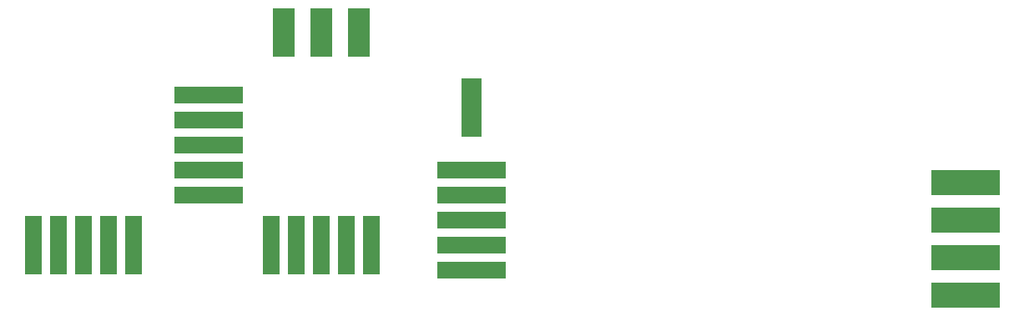
<source format=gbp>
G04 MADE WITH FRITZING*
G04 WWW.FRITZING.ORG*
G04 DOUBLE SIDED*
G04 HOLES PLATED*
G04 CONTOUR ON CENTER OF CONTOUR VECTOR*
%ASAXBY*%
%FSLAX23Y23*%
%MOIN*%
%OFA0B0*%
%SFA1.0B1.0*%
%ADD10R,0.078740X0.236220*%
%ADD11R,0.086614X0.196850*%
%ADD12R,0.275590X0.070866*%
%ADD13R,0.070866X0.236220*%
%ADD14R,0.275590X0.103659*%
%LNPASTEMASK0*%
G90*
G70*
G54D10*
X2670Y5281D03*
G54D11*
X2219Y5583D03*
X2069Y5583D03*
X1919Y5583D03*
G54D12*
X2669Y4733D03*
X1620Y5031D03*
G54D13*
X2170Y4731D03*
X2270Y4731D03*
X1870Y4731D03*
X2070Y4731D03*
X1970Y4731D03*
X919Y4733D03*
X1019Y4733D03*
X1119Y4733D03*
X1219Y4733D03*
X1319Y4733D03*
G54D12*
X2669Y4633D03*
X1620Y4931D03*
X2669Y4833D03*
X1620Y5131D03*
X2669Y4933D03*
X1620Y5231D03*
X2669Y5033D03*
X1620Y5331D03*
G54D14*
X4642Y4531D03*
X4642Y4681D03*
X4642Y4831D03*
X4642Y4981D03*
G04 End of PasteMask0*
M02*
</source>
